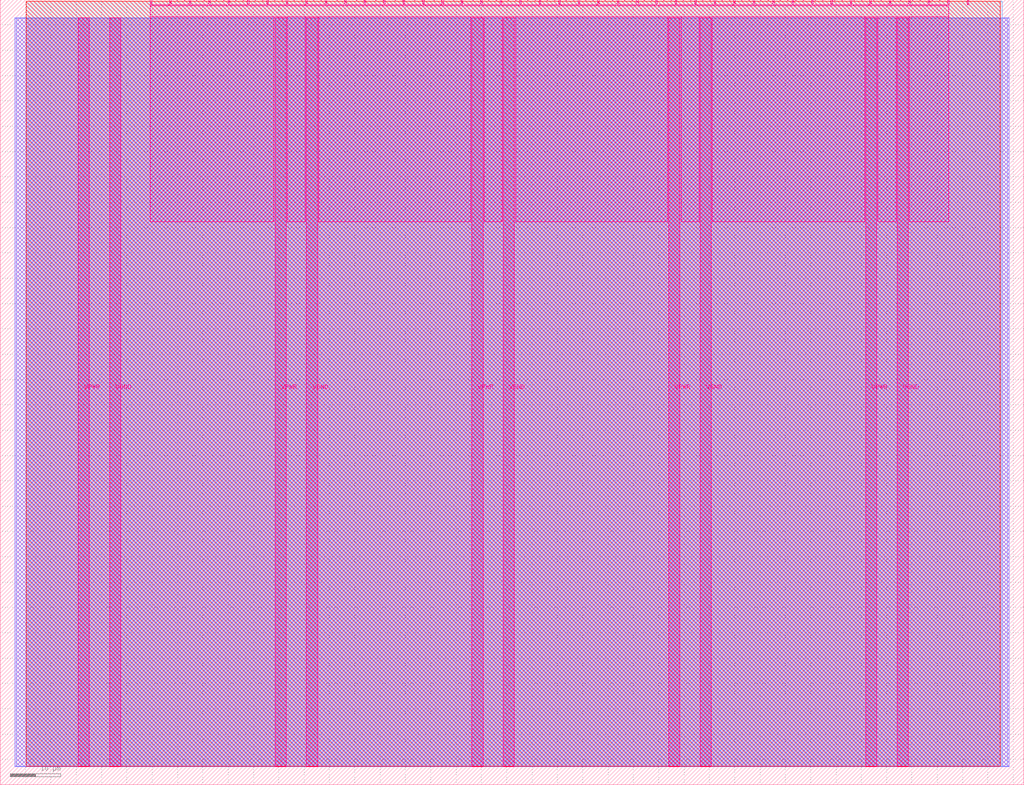
<source format=lef>
VERSION 5.7 ;
  NOWIREEXTENSIONATPIN ON ;
  DIVIDERCHAR "/" ;
  BUSBITCHARS "[]" ;
MACRO tt_um_cfib_demo
  CLASS BLOCK ;
  FOREIGN tt_um_cfib_demo ;
  ORIGIN 0.000 0.000 ;
  SIZE 202.080 BY 154.980 ;
  PIN VGND
    DIRECTION INOUT ;
    USE GROUND ;
    PORT
      LAYER Metal5 ;
        RECT 21.580 3.560 23.780 151.420 ;
    END
    PORT
      LAYER Metal5 ;
        RECT 60.450 3.560 62.650 151.420 ;
    END
    PORT
      LAYER Metal5 ;
        RECT 99.320 3.560 101.520 151.420 ;
    END
    PORT
      LAYER Metal5 ;
        RECT 138.190 3.560 140.390 151.420 ;
    END
    PORT
      LAYER Metal5 ;
        RECT 177.060 3.560 179.260 151.420 ;
    END
  END VGND
  PIN VPWR
    DIRECTION INOUT ;
    USE POWER ;
    PORT
      LAYER Metal5 ;
        RECT 15.380 3.560 17.580 151.420 ;
    END
    PORT
      LAYER Metal5 ;
        RECT 54.250 3.560 56.450 151.420 ;
    END
    PORT
      LAYER Metal5 ;
        RECT 93.120 3.560 95.320 151.420 ;
    END
    PORT
      LAYER Metal5 ;
        RECT 131.990 3.560 134.190 151.420 ;
    END
    PORT
      LAYER Metal5 ;
        RECT 170.860 3.560 173.060 151.420 ;
    END
  END VPWR
  PIN clk
    DIRECTION INPUT ;
    USE SIGNAL ;
    ANTENNAGATEAREA 0.213200 ;
    PORT
      LAYER Metal5 ;
        RECT 187.050 153.980 187.350 154.980 ;
    END
  END clk
  PIN ena
    DIRECTION INPUT ;
    USE SIGNAL ;
    PORT
      LAYER Metal5 ;
        RECT 190.890 153.980 191.190 154.980 ;
    END
  END ena
  PIN rst_n
    DIRECTION INPUT ;
    USE SIGNAL ;
    ANTENNAGATEAREA 0.213200 ;
    PORT
      LAYER Metal5 ;
        RECT 183.210 153.980 183.510 154.980 ;
    END
  END rst_n
  PIN ui_in[0]
    DIRECTION INPUT ;
    USE SIGNAL ;
    PORT
      LAYER Metal5 ;
        RECT 179.370 153.980 179.670 154.980 ;
    END
  END ui_in[0]
  PIN ui_in[1]
    DIRECTION INPUT ;
    USE SIGNAL ;
    PORT
      LAYER Metal5 ;
        RECT 175.530 153.980 175.830 154.980 ;
    END
  END ui_in[1]
  PIN ui_in[2]
    DIRECTION INPUT ;
    USE SIGNAL ;
    PORT
      LAYER Metal5 ;
        RECT 171.690 153.980 171.990 154.980 ;
    END
  END ui_in[2]
  PIN ui_in[3]
    DIRECTION INPUT ;
    USE SIGNAL ;
    PORT
      LAYER Metal5 ;
        RECT 167.850 153.980 168.150 154.980 ;
    END
  END ui_in[3]
  PIN ui_in[4]
    DIRECTION INPUT ;
    USE SIGNAL ;
    PORT
      LAYER Metal5 ;
        RECT 164.010 153.980 164.310 154.980 ;
    END
  END ui_in[4]
  PIN ui_in[5]
    DIRECTION INPUT ;
    USE SIGNAL ;
    PORT
      LAYER Metal5 ;
        RECT 160.170 153.980 160.470 154.980 ;
    END
  END ui_in[5]
  PIN ui_in[6]
    DIRECTION INPUT ;
    USE SIGNAL ;
    PORT
      LAYER Metal5 ;
        RECT 156.330 153.980 156.630 154.980 ;
    END
  END ui_in[6]
  PIN ui_in[7]
    DIRECTION INPUT ;
    USE SIGNAL ;
    PORT
      LAYER Metal5 ;
        RECT 152.490 153.980 152.790 154.980 ;
    END
  END ui_in[7]
  PIN uio_in[0]
    DIRECTION INPUT ;
    USE SIGNAL ;
    PORT
      LAYER Metal5 ;
        RECT 148.650 153.980 148.950 154.980 ;
    END
  END uio_in[0]
  PIN uio_in[1]
    DIRECTION INPUT ;
    USE SIGNAL ;
    PORT
      LAYER Metal5 ;
        RECT 144.810 153.980 145.110 154.980 ;
    END
  END uio_in[1]
  PIN uio_in[2]
    DIRECTION INPUT ;
    USE SIGNAL ;
    PORT
      LAYER Metal5 ;
        RECT 140.970 153.980 141.270 154.980 ;
    END
  END uio_in[2]
  PIN uio_in[3]
    DIRECTION INPUT ;
    USE SIGNAL ;
    PORT
      LAYER Metal5 ;
        RECT 137.130 153.980 137.430 154.980 ;
    END
  END uio_in[3]
  PIN uio_in[4]
    DIRECTION INPUT ;
    USE SIGNAL ;
    PORT
      LAYER Metal5 ;
        RECT 133.290 153.980 133.590 154.980 ;
    END
  END uio_in[4]
  PIN uio_in[5]
    DIRECTION INPUT ;
    USE SIGNAL ;
    PORT
      LAYER Metal5 ;
        RECT 129.450 153.980 129.750 154.980 ;
    END
  END uio_in[5]
  PIN uio_in[6]
    DIRECTION INPUT ;
    USE SIGNAL ;
    PORT
      LAYER Metal5 ;
        RECT 125.610 153.980 125.910 154.980 ;
    END
  END uio_in[6]
  PIN uio_in[7]
    DIRECTION INPUT ;
    USE SIGNAL ;
    PORT
      LAYER Metal5 ;
        RECT 121.770 153.980 122.070 154.980 ;
    END
  END uio_in[7]
  PIN uio_oe[0]
    DIRECTION OUTPUT ;
    USE SIGNAL ;
    ANTENNADIFFAREA 0.299200 ;
    PORT
      LAYER Metal5 ;
        RECT 56.490 153.980 56.790 154.980 ;
    END
  END uio_oe[0]
  PIN uio_oe[1]
    DIRECTION OUTPUT ;
    USE SIGNAL ;
    ANTENNADIFFAREA 0.299200 ;
    PORT
      LAYER Metal5 ;
        RECT 52.650 153.980 52.950 154.980 ;
    END
  END uio_oe[1]
  PIN uio_oe[2]
    DIRECTION OUTPUT ;
    USE SIGNAL ;
    ANTENNADIFFAREA 0.299200 ;
    PORT
      LAYER Metal5 ;
        RECT 48.810 153.980 49.110 154.980 ;
    END
  END uio_oe[2]
  PIN uio_oe[3]
    DIRECTION OUTPUT ;
    USE SIGNAL ;
    ANTENNADIFFAREA 0.299200 ;
    PORT
      LAYER Metal5 ;
        RECT 44.970 153.980 45.270 154.980 ;
    END
  END uio_oe[3]
  PIN uio_oe[4]
    DIRECTION OUTPUT ;
    USE SIGNAL ;
    ANTENNADIFFAREA 0.299200 ;
    PORT
      LAYER Metal5 ;
        RECT 41.130 153.980 41.430 154.980 ;
    END
  END uio_oe[4]
  PIN uio_oe[5]
    DIRECTION OUTPUT ;
    USE SIGNAL ;
    ANTENNADIFFAREA 0.299200 ;
    PORT
      LAYER Metal5 ;
        RECT 37.290 153.980 37.590 154.980 ;
    END
  END uio_oe[5]
  PIN uio_oe[6]
    DIRECTION OUTPUT ;
    USE SIGNAL ;
    ANTENNADIFFAREA 0.299200 ;
    PORT
      LAYER Metal5 ;
        RECT 33.450 153.980 33.750 154.980 ;
    END
  END uio_oe[6]
  PIN uio_oe[7]
    DIRECTION OUTPUT ;
    USE SIGNAL ;
    ANTENNADIFFAREA 0.392700 ;
    PORT
      LAYER Metal5 ;
        RECT 29.610 153.980 29.910 154.980 ;
    END
  END uio_oe[7]
  PIN uio_out[0]
    DIRECTION OUTPUT ;
    USE SIGNAL ;
    ANTENNADIFFAREA 0.299200 ;
    PORT
      LAYER Metal5 ;
        RECT 87.210 153.980 87.510 154.980 ;
    END
  END uio_out[0]
  PIN uio_out[1]
    DIRECTION OUTPUT ;
    USE SIGNAL ;
    ANTENNADIFFAREA 0.299200 ;
    PORT
      LAYER Metal5 ;
        RECT 83.370 153.980 83.670 154.980 ;
    END
  END uio_out[1]
  PIN uio_out[2]
    DIRECTION OUTPUT ;
    USE SIGNAL ;
    ANTENNADIFFAREA 0.299200 ;
    PORT
      LAYER Metal5 ;
        RECT 79.530 153.980 79.830 154.980 ;
    END
  END uio_out[2]
  PIN uio_out[3]
    DIRECTION OUTPUT ;
    USE SIGNAL ;
    ANTENNADIFFAREA 0.299200 ;
    PORT
      LAYER Metal5 ;
        RECT 75.690 153.980 75.990 154.980 ;
    END
  END uio_out[3]
  PIN uio_out[4]
    DIRECTION OUTPUT ;
    USE SIGNAL ;
    ANTENNADIFFAREA 0.299200 ;
    PORT
      LAYER Metal5 ;
        RECT 71.850 153.980 72.150 154.980 ;
    END
  END uio_out[4]
  PIN uio_out[5]
    DIRECTION OUTPUT ;
    USE SIGNAL ;
    ANTENNADIFFAREA 0.299200 ;
    PORT
      LAYER Metal5 ;
        RECT 68.010 153.980 68.310 154.980 ;
    END
  END uio_out[5]
  PIN uio_out[6]
    DIRECTION OUTPUT ;
    USE SIGNAL ;
    ANTENNADIFFAREA 0.299200 ;
    PORT
      LAYER Metal5 ;
        RECT 64.170 153.980 64.470 154.980 ;
    END
  END uio_out[6]
  PIN uio_out[7]
    DIRECTION OUTPUT ;
    USE SIGNAL ;
    ANTENNADIFFAREA 0.654800 ;
    PORT
      LAYER Metal5 ;
        RECT 60.330 153.980 60.630 154.980 ;
    END
  END uio_out[7]
  PIN uo_out[0]
    DIRECTION OUTPUT ;
    USE SIGNAL ;
    ANTENNADIFFAREA 0.662000 ;
    PORT
      LAYER Metal5 ;
        RECT 117.930 153.980 118.230 154.980 ;
    END
  END uo_out[0]
  PIN uo_out[1]
    DIRECTION OUTPUT ;
    USE SIGNAL ;
    ANTENNADIFFAREA 1.135600 ;
    PORT
      LAYER Metal5 ;
        RECT 114.090 153.980 114.390 154.980 ;
    END
  END uo_out[1]
  PIN uo_out[2]
    DIRECTION OUTPUT ;
    USE SIGNAL ;
    ANTENNADIFFAREA 0.662000 ;
    PORT
      LAYER Metal5 ;
        RECT 110.250 153.980 110.550 154.980 ;
    END
  END uo_out[2]
  PIN uo_out[3]
    DIRECTION OUTPUT ;
    USE SIGNAL ;
    ANTENNADIFFAREA 0.654800 ;
    PORT
      LAYER Metal5 ;
        RECT 106.410 153.980 106.710 154.980 ;
    END
  END uo_out[3]
  PIN uo_out[4]
    DIRECTION OUTPUT ;
    USE SIGNAL ;
    ANTENNADIFFAREA 0.677200 ;
    PORT
      LAYER Metal5 ;
        RECT 102.570 153.980 102.870 154.980 ;
    END
  END uo_out[4]
  PIN uo_out[5]
    DIRECTION OUTPUT ;
    USE SIGNAL ;
    ANTENNADIFFAREA 0.988000 ;
    PORT
      LAYER Metal5 ;
        RECT 98.730 153.980 99.030 154.980 ;
    END
  END uo_out[5]
  PIN uo_out[6]
    DIRECTION OUTPUT ;
    USE SIGNAL ;
    ANTENNADIFFAREA 0.651000 ;
    PORT
      LAYER Metal5 ;
        RECT 94.890 153.980 95.190 154.980 ;
    END
  END uo_out[6]
  PIN uo_out[7]
    DIRECTION OUTPUT ;
    USE SIGNAL ;
    ANTENNADIFFAREA 0.654800 ;
    PORT
      LAYER Metal5 ;
        RECT 91.050 153.980 91.350 154.980 ;
    END
  END uo_out[7]
  OBS
      LAYER GatPoly ;
        RECT 2.880 3.630 199.200 151.350 ;
      LAYER Metal1 ;
        RECT 2.880 3.560 199.200 151.420 ;
      LAYER Metal2 ;
        RECT 3.170 3.680 198.865 151.300 ;
      LAYER Metal3 ;
        RECT 5.180 3.635 197.860 154.705 ;
      LAYER Metal4 ;
        RECT 5.135 3.680 197.425 154.660 ;
      LAYER Metal5 ;
        RECT 30.120 153.770 33.240 153.980 ;
        RECT 33.960 153.770 37.080 153.980 ;
        RECT 37.800 153.770 40.920 153.980 ;
        RECT 41.640 153.770 44.760 153.980 ;
        RECT 45.480 153.770 48.600 153.980 ;
        RECT 49.320 153.770 52.440 153.980 ;
        RECT 53.160 153.770 56.280 153.980 ;
        RECT 57.000 153.770 60.120 153.980 ;
        RECT 60.840 153.770 63.960 153.980 ;
        RECT 64.680 153.770 67.800 153.980 ;
        RECT 68.520 153.770 71.640 153.980 ;
        RECT 72.360 153.770 75.480 153.980 ;
        RECT 76.200 153.770 79.320 153.980 ;
        RECT 80.040 153.770 83.160 153.980 ;
        RECT 83.880 153.770 87.000 153.980 ;
        RECT 87.720 153.770 90.840 153.980 ;
        RECT 91.560 153.770 94.680 153.980 ;
        RECT 95.400 153.770 98.520 153.980 ;
        RECT 99.240 153.770 102.360 153.980 ;
        RECT 103.080 153.770 106.200 153.980 ;
        RECT 106.920 153.770 110.040 153.980 ;
        RECT 110.760 153.770 113.880 153.980 ;
        RECT 114.600 153.770 117.720 153.980 ;
        RECT 118.440 153.770 121.560 153.980 ;
        RECT 122.280 153.770 125.400 153.980 ;
        RECT 126.120 153.770 129.240 153.980 ;
        RECT 129.960 153.770 133.080 153.980 ;
        RECT 133.800 153.770 136.920 153.980 ;
        RECT 137.640 153.770 140.760 153.980 ;
        RECT 141.480 153.770 144.600 153.980 ;
        RECT 145.320 153.770 148.440 153.980 ;
        RECT 149.160 153.770 152.280 153.980 ;
        RECT 153.000 153.770 156.120 153.980 ;
        RECT 156.840 153.770 159.960 153.980 ;
        RECT 160.680 153.770 163.800 153.980 ;
        RECT 164.520 153.770 167.640 153.980 ;
        RECT 168.360 153.770 171.480 153.980 ;
        RECT 172.200 153.770 175.320 153.980 ;
        RECT 176.040 153.770 179.160 153.980 ;
        RECT 179.880 153.770 183.000 153.980 ;
        RECT 183.720 153.770 186.840 153.980 ;
        RECT 29.660 151.630 187.300 153.770 ;
        RECT 29.660 111.155 54.040 151.630 ;
        RECT 56.660 111.155 60.240 151.630 ;
        RECT 62.860 111.155 92.910 151.630 ;
        RECT 95.530 111.155 99.110 151.630 ;
        RECT 101.730 111.155 131.780 151.630 ;
        RECT 134.400 111.155 137.980 151.630 ;
        RECT 140.600 111.155 170.650 151.630 ;
        RECT 173.270 111.155 176.850 151.630 ;
        RECT 179.470 111.155 187.300 151.630 ;
  END
END tt_um_cfib_demo
END LIBRARY


</source>
